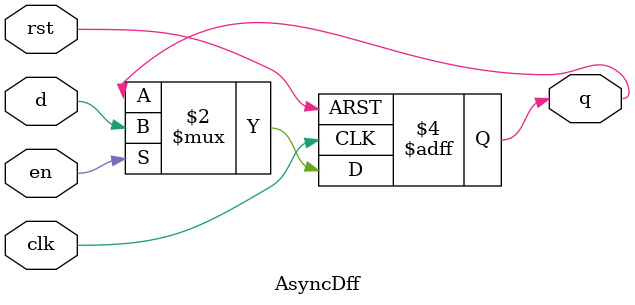
<source format=v>
`timescale 1ns / 1ps


module AsyncDff(
    output reg q,
    input clk, rst, en, d
    );
    always @(posedge clk or posedge rst) begin
        if (rst) q <= 1'b0;
        else if (en) q <= d;
    end
endmodule

</source>
